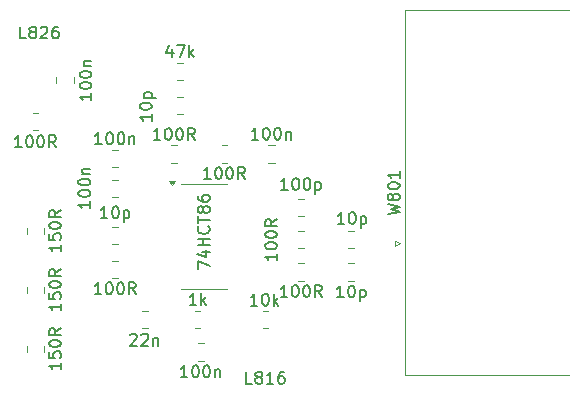
<source format=gbr>
%TF.GenerationSoftware,KiCad,Pcbnew,8.0.0*%
%TF.CreationDate,2025-10-24T15:06:22+03:00*%
%TF.ProjectId,Loewe VGA,4c6f6577-6520-4564-9741-2e6b69636164,rev?*%
%TF.SameCoordinates,Original*%
%TF.FileFunction,Legend,Top*%
%TF.FilePolarity,Positive*%
%FSLAX46Y46*%
G04 Gerber Fmt 4.6, Leading zero omitted, Abs format (unit mm)*
G04 Created by KiCad (PCBNEW 8.0.0) date 2025-10-24 15:06:22*
%MOMM*%
%LPD*%
G01*
G04 APERTURE LIST*
%ADD10C,0.150000*%
%ADD11C,0.120000*%
G04 APERTURE END LIST*
D10*
X136610242Y-107054819D02*
X136038814Y-107054819D01*
X136324528Y-107054819D02*
X136324528Y-106054819D01*
X136324528Y-106054819D02*
X136229290Y-106197676D01*
X136229290Y-106197676D02*
X136134052Y-106292914D01*
X136134052Y-106292914D02*
X136038814Y-106340533D01*
X137229290Y-106054819D02*
X137324528Y-106054819D01*
X137324528Y-106054819D02*
X137419766Y-106102438D01*
X137419766Y-106102438D02*
X137467385Y-106150057D01*
X137467385Y-106150057D02*
X137515004Y-106245295D01*
X137515004Y-106245295D02*
X137562623Y-106435771D01*
X137562623Y-106435771D02*
X137562623Y-106673866D01*
X137562623Y-106673866D02*
X137515004Y-106864342D01*
X137515004Y-106864342D02*
X137467385Y-106959580D01*
X137467385Y-106959580D02*
X137419766Y-107007200D01*
X137419766Y-107007200D02*
X137324528Y-107054819D01*
X137324528Y-107054819D02*
X137229290Y-107054819D01*
X137229290Y-107054819D02*
X137134052Y-107007200D01*
X137134052Y-107007200D02*
X137086433Y-106959580D01*
X137086433Y-106959580D02*
X137038814Y-106864342D01*
X137038814Y-106864342D02*
X136991195Y-106673866D01*
X136991195Y-106673866D02*
X136991195Y-106435771D01*
X136991195Y-106435771D02*
X137038814Y-106245295D01*
X137038814Y-106245295D02*
X137086433Y-106150057D01*
X137086433Y-106150057D02*
X137134052Y-106102438D01*
X137134052Y-106102438D02*
X137229290Y-106054819D01*
X137991195Y-106388152D02*
X137991195Y-107388152D01*
X137991195Y-106435771D02*
X138086433Y-106388152D01*
X138086433Y-106388152D02*
X138276909Y-106388152D01*
X138276909Y-106388152D02*
X138372147Y-106435771D01*
X138372147Y-106435771D02*
X138419766Y-106483390D01*
X138419766Y-106483390D02*
X138467385Y-106578628D01*
X138467385Y-106578628D02*
X138467385Y-106864342D01*
X138467385Y-106864342D02*
X138419766Y-106959580D01*
X138419766Y-106959580D02*
X138372147Y-107007200D01*
X138372147Y-107007200D02*
X138276909Y-107054819D01*
X138276909Y-107054819D02*
X138086433Y-107054819D01*
X138086433Y-107054819D02*
X137991195Y-107007200D01*
X138536814Y-116950057D02*
X138584433Y-116902438D01*
X138584433Y-116902438D02*
X138679671Y-116854819D01*
X138679671Y-116854819D02*
X138917766Y-116854819D01*
X138917766Y-116854819D02*
X139013004Y-116902438D01*
X139013004Y-116902438D02*
X139060623Y-116950057D01*
X139060623Y-116950057D02*
X139108242Y-117045295D01*
X139108242Y-117045295D02*
X139108242Y-117140533D01*
X139108242Y-117140533D02*
X139060623Y-117283390D01*
X139060623Y-117283390D02*
X138489195Y-117854819D01*
X138489195Y-117854819D02*
X139108242Y-117854819D01*
X139489195Y-116950057D02*
X139536814Y-116902438D01*
X139536814Y-116902438D02*
X139632052Y-116854819D01*
X139632052Y-116854819D02*
X139870147Y-116854819D01*
X139870147Y-116854819D02*
X139965385Y-116902438D01*
X139965385Y-116902438D02*
X140013004Y-116950057D01*
X140013004Y-116950057D02*
X140060623Y-117045295D01*
X140060623Y-117045295D02*
X140060623Y-117140533D01*
X140060623Y-117140533D02*
X140013004Y-117283390D01*
X140013004Y-117283390D02*
X139441576Y-117854819D01*
X139441576Y-117854819D02*
X140060623Y-117854819D01*
X140489195Y-117188152D02*
X140489195Y-117854819D01*
X140489195Y-117283390D02*
X140536814Y-117235771D01*
X140536814Y-117235771D02*
X140632052Y-117188152D01*
X140632052Y-117188152D02*
X140774909Y-117188152D01*
X140774909Y-117188152D02*
X140870147Y-117235771D01*
X140870147Y-117235771D02*
X140917766Y-117331009D01*
X140917766Y-117331009D02*
X140917766Y-117854819D01*
X149382052Y-100403419D02*
X148810624Y-100403419D01*
X149096338Y-100403419D02*
X149096338Y-99403419D01*
X149096338Y-99403419D02*
X149001100Y-99546276D01*
X149001100Y-99546276D02*
X148905862Y-99641514D01*
X148905862Y-99641514D02*
X148810624Y-99689133D01*
X150001100Y-99403419D02*
X150096338Y-99403419D01*
X150096338Y-99403419D02*
X150191576Y-99451038D01*
X150191576Y-99451038D02*
X150239195Y-99498657D01*
X150239195Y-99498657D02*
X150286814Y-99593895D01*
X150286814Y-99593895D02*
X150334433Y-99784371D01*
X150334433Y-99784371D02*
X150334433Y-100022466D01*
X150334433Y-100022466D02*
X150286814Y-100212942D01*
X150286814Y-100212942D02*
X150239195Y-100308180D01*
X150239195Y-100308180D02*
X150191576Y-100355800D01*
X150191576Y-100355800D02*
X150096338Y-100403419D01*
X150096338Y-100403419D02*
X150001100Y-100403419D01*
X150001100Y-100403419D02*
X149905862Y-100355800D01*
X149905862Y-100355800D02*
X149858243Y-100308180D01*
X149858243Y-100308180D02*
X149810624Y-100212942D01*
X149810624Y-100212942D02*
X149763005Y-100022466D01*
X149763005Y-100022466D02*
X149763005Y-99784371D01*
X149763005Y-99784371D02*
X149810624Y-99593895D01*
X149810624Y-99593895D02*
X149858243Y-99498657D01*
X149858243Y-99498657D02*
X149905862Y-99451038D01*
X149905862Y-99451038D02*
X150001100Y-99403419D01*
X150953481Y-99403419D02*
X151048719Y-99403419D01*
X151048719Y-99403419D02*
X151143957Y-99451038D01*
X151143957Y-99451038D02*
X151191576Y-99498657D01*
X151191576Y-99498657D02*
X151239195Y-99593895D01*
X151239195Y-99593895D02*
X151286814Y-99784371D01*
X151286814Y-99784371D02*
X151286814Y-100022466D01*
X151286814Y-100022466D02*
X151239195Y-100212942D01*
X151239195Y-100212942D02*
X151191576Y-100308180D01*
X151191576Y-100308180D02*
X151143957Y-100355800D01*
X151143957Y-100355800D02*
X151048719Y-100403419D01*
X151048719Y-100403419D02*
X150953481Y-100403419D01*
X150953481Y-100403419D02*
X150858243Y-100355800D01*
X150858243Y-100355800D02*
X150810624Y-100308180D01*
X150810624Y-100308180D02*
X150763005Y-100212942D01*
X150763005Y-100212942D02*
X150715386Y-100022466D01*
X150715386Y-100022466D02*
X150715386Y-99784371D01*
X150715386Y-99784371D02*
X150763005Y-99593895D01*
X150763005Y-99593895D02*
X150810624Y-99498657D01*
X150810624Y-99498657D02*
X150858243Y-99451038D01*
X150858243Y-99451038D02*
X150953481Y-99403419D01*
X151715386Y-99736752D02*
X151715386Y-100403419D01*
X151715386Y-99831990D02*
X151763005Y-99784371D01*
X151763005Y-99784371D02*
X151858243Y-99736752D01*
X151858243Y-99736752D02*
X152001100Y-99736752D01*
X152001100Y-99736752D02*
X152096338Y-99784371D01*
X152096338Y-99784371D02*
X152143957Y-99879609D01*
X152143957Y-99879609D02*
X152143957Y-100403419D01*
X145334433Y-103733419D02*
X144763005Y-103733419D01*
X145048719Y-103733419D02*
X145048719Y-102733419D01*
X145048719Y-102733419D02*
X144953481Y-102876276D01*
X144953481Y-102876276D02*
X144858243Y-102971514D01*
X144858243Y-102971514D02*
X144763005Y-103019133D01*
X145953481Y-102733419D02*
X146048719Y-102733419D01*
X146048719Y-102733419D02*
X146143957Y-102781038D01*
X146143957Y-102781038D02*
X146191576Y-102828657D01*
X146191576Y-102828657D02*
X146239195Y-102923895D01*
X146239195Y-102923895D02*
X146286814Y-103114371D01*
X146286814Y-103114371D02*
X146286814Y-103352466D01*
X146286814Y-103352466D02*
X146239195Y-103542942D01*
X146239195Y-103542942D02*
X146191576Y-103638180D01*
X146191576Y-103638180D02*
X146143957Y-103685800D01*
X146143957Y-103685800D02*
X146048719Y-103733419D01*
X146048719Y-103733419D02*
X145953481Y-103733419D01*
X145953481Y-103733419D02*
X145858243Y-103685800D01*
X145858243Y-103685800D02*
X145810624Y-103638180D01*
X145810624Y-103638180D02*
X145763005Y-103542942D01*
X145763005Y-103542942D02*
X145715386Y-103352466D01*
X145715386Y-103352466D02*
X145715386Y-103114371D01*
X145715386Y-103114371D02*
X145763005Y-102923895D01*
X145763005Y-102923895D02*
X145810624Y-102828657D01*
X145810624Y-102828657D02*
X145858243Y-102781038D01*
X145858243Y-102781038D02*
X145953481Y-102733419D01*
X146905862Y-102733419D02*
X147001100Y-102733419D01*
X147001100Y-102733419D02*
X147096338Y-102781038D01*
X147096338Y-102781038D02*
X147143957Y-102828657D01*
X147143957Y-102828657D02*
X147191576Y-102923895D01*
X147191576Y-102923895D02*
X147239195Y-103114371D01*
X147239195Y-103114371D02*
X147239195Y-103352466D01*
X147239195Y-103352466D02*
X147191576Y-103542942D01*
X147191576Y-103542942D02*
X147143957Y-103638180D01*
X147143957Y-103638180D02*
X147096338Y-103685800D01*
X147096338Y-103685800D02*
X147001100Y-103733419D01*
X147001100Y-103733419D02*
X146905862Y-103733419D01*
X146905862Y-103733419D02*
X146810624Y-103685800D01*
X146810624Y-103685800D02*
X146763005Y-103638180D01*
X146763005Y-103638180D02*
X146715386Y-103542942D01*
X146715386Y-103542942D02*
X146667767Y-103352466D01*
X146667767Y-103352466D02*
X146667767Y-103114371D01*
X146667767Y-103114371D02*
X146715386Y-102923895D01*
X146715386Y-102923895D02*
X146763005Y-102828657D01*
X146763005Y-102828657D02*
X146810624Y-102781038D01*
X146810624Y-102781038D02*
X146905862Y-102733419D01*
X148239195Y-103733419D02*
X147905862Y-103257228D01*
X147667767Y-103733419D02*
X147667767Y-102733419D01*
X147667767Y-102733419D02*
X148048719Y-102733419D01*
X148048719Y-102733419D02*
X148143957Y-102781038D01*
X148143957Y-102781038D02*
X148191576Y-102828657D01*
X148191576Y-102828657D02*
X148239195Y-102923895D01*
X148239195Y-102923895D02*
X148239195Y-103066752D01*
X148239195Y-103066752D02*
X148191576Y-103161990D01*
X148191576Y-103161990D02*
X148143957Y-103209609D01*
X148143957Y-103209609D02*
X148048719Y-103257228D01*
X148048719Y-103257228D02*
X147667767Y-103257228D01*
X132654819Y-119295266D02*
X132654819Y-119866694D01*
X132654819Y-119580980D02*
X131654819Y-119580980D01*
X131654819Y-119580980D02*
X131797676Y-119676218D01*
X131797676Y-119676218D02*
X131892914Y-119771456D01*
X131892914Y-119771456D02*
X131940533Y-119866694D01*
X131654819Y-118390504D02*
X131654819Y-118866694D01*
X131654819Y-118866694D02*
X132131009Y-118914313D01*
X132131009Y-118914313D02*
X132083390Y-118866694D01*
X132083390Y-118866694D02*
X132035771Y-118771456D01*
X132035771Y-118771456D02*
X132035771Y-118533361D01*
X132035771Y-118533361D02*
X132083390Y-118438123D01*
X132083390Y-118438123D02*
X132131009Y-118390504D01*
X132131009Y-118390504D02*
X132226247Y-118342885D01*
X132226247Y-118342885D02*
X132464342Y-118342885D01*
X132464342Y-118342885D02*
X132559580Y-118390504D01*
X132559580Y-118390504D02*
X132607200Y-118438123D01*
X132607200Y-118438123D02*
X132654819Y-118533361D01*
X132654819Y-118533361D02*
X132654819Y-118771456D01*
X132654819Y-118771456D02*
X132607200Y-118866694D01*
X132607200Y-118866694D02*
X132559580Y-118914313D01*
X131654819Y-117723837D02*
X131654819Y-117628599D01*
X131654819Y-117628599D02*
X131702438Y-117533361D01*
X131702438Y-117533361D02*
X131750057Y-117485742D01*
X131750057Y-117485742D02*
X131845295Y-117438123D01*
X131845295Y-117438123D02*
X132035771Y-117390504D01*
X132035771Y-117390504D02*
X132273866Y-117390504D01*
X132273866Y-117390504D02*
X132464342Y-117438123D01*
X132464342Y-117438123D02*
X132559580Y-117485742D01*
X132559580Y-117485742D02*
X132607200Y-117533361D01*
X132607200Y-117533361D02*
X132654819Y-117628599D01*
X132654819Y-117628599D02*
X132654819Y-117723837D01*
X132654819Y-117723837D02*
X132607200Y-117819075D01*
X132607200Y-117819075D02*
X132559580Y-117866694D01*
X132559580Y-117866694D02*
X132464342Y-117914313D01*
X132464342Y-117914313D02*
X132273866Y-117961932D01*
X132273866Y-117961932D02*
X132035771Y-117961932D01*
X132035771Y-117961932D02*
X131845295Y-117914313D01*
X131845295Y-117914313D02*
X131750057Y-117866694D01*
X131750057Y-117866694D02*
X131702438Y-117819075D01*
X131702438Y-117819075D02*
X131654819Y-117723837D01*
X132654819Y-116390504D02*
X132178628Y-116723837D01*
X132654819Y-116961932D02*
X131654819Y-116961932D01*
X131654819Y-116961932D02*
X131654819Y-116580980D01*
X131654819Y-116580980D02*
X131702438Y-116485742D01*
X131702438Y-116485742D02*
X131750057Y-116438123D01*
X131750057Y-116438123D02*
X131845295Y-116390504D01*
X131845295Y-116390504D02*
X131988152Y-116390504D01*
X131988152Y-116390504D02*
X132083390Y-116438123D01*
X132083390Y-116438123D02*
X132131009Y-116485742D01*
X132131009Y-116485742D02*
X132178628Y-116580980D01*
X132178628Y-116580980D02*
X132178628Y-116961932D01*
X142060623Y-92766752D02*
X142060623Y-93433419D01*
X141822528Y-92385800D02*
X141584433Y-93100085D01*
X141584433Y-93100085D02*
X142203480Y-93100085D01*
X142489195Y-92433419D02*
X143155861Y-92433419D01*
X143155861Y-92433419D02*
X142727290Y-93433419D01*
X143536814Y-93433419D02*
X143536814Y-92433419D01*
X143632052Y-93052466D02*
X143917766Y-93433419D01*
X143917766Y-92766752D02*
X143536814Y-93147704D01*
X129719069Y-91843419D02*
X129242879Y-91843419D01*
X129242879Y-91843419D02*
X129242879Y-90843419D01*
X130195260Y-91271990D02*
X130100022Y-91224371D01*
X130100022Y-91224371D02*
X130052403Y-91176752D01*
X130052403Y-91176752D02*
X130004784Y-91081514D01*
X130004784Y-91081514D02*
X130004784Y-91033895D01*
X130004784Y-91033895D02*
X130052403Y-90938657D01*
X130052403Y-90938657D02*
X130100022Y-90891038D01*
X130100022Y-90891038D02*
X130195260Y-90843419D01*
X130195260Y-90843419D02*
X130385736Y-90843419D01*
X130385736Y-90843419D02*
X130480974Y-90891038D01*
X130480974Y-90891038D02*
X130528593Y-90938657D01*
X130528593Y-90938657D02*
X130576212Y-91033895D01*
X130576212Y-91033895D02*
X130576212Y-91081514D01*
X130576212Y-91081514D02*
X130528593Y-91176752D01*
X130528593Y-91176752D02*
X130480974Y-91224371D01*
X130480974Y-91224371D02*
X130385736Y-91271990D01*
X130385736Y-91271990D02*
X130195260Y-91271990D01*
X130195260Y-91271990D02*
X130100022Y-91319609D01*
X130100022Y-91319609D02*
X130052403Y-91367228D01*
X130052403Y-91367228D02*
X130004784Y-91462466D01*
X130004784Y-91462466D02*
X130004784Y-91652942D01*
X130004784Y-91652942D02*
X130052403Y-91748180D01*
X130052403Y-91748180D02*
X130100022Y-91795800D01*
X130100022Y-91795800D02*
X130195260Y-91843419D01*
X130195260Y-91843419D02*
X130385736Y-91843419D01*
X130385736Y-91843419D02*
X130480974Y-91795800D01*
X130480974Y-91795800D02*
X130528593Y-91748180D01*
X130528593Y-91748180D02*
X130576212Y-91652942D01*
X130576212Y-91652942D02*
X130576212Y-91462466D01*
X130576212Y-91462466D02*
X130528593Y-91367228D01*
X130528593Y-91367228D02*
X130480974Y-91319609D01*
X130480974Y-91319609D02*
X130385736Y-91271990D01*
X130957165Y-90938657D02*
X131004784Y-90891038D01*
X131004784Y-90891038D02*
X131100022Y-90843419D01*
X131100022Y-90843419D02*
X131338117Y-90843419D01*
X131338117Y-90843419D02*
X131433355Y-90891038D01*
X131433355Y-90891038D02*
X131480974Y-90938657D01*
X131480974Y-90938657D02*
X131528593Y-91033895D01*
X131528593Y-91033895D02*
X131528593Y-91129133D01*
X131528593Y-91129133D02*
X131480974Y-91271990D01*
X131480974Y-91271990D02*
X130909546Y-91843419D01*
X130909546Y-91843419D02*
X131528593Y-91843419D01*
X132385736Y-90843419D02*
X132195260Y-90843419D01*
X132195260Y-90843419D02*
X132100022Y-90891038D01*
X132100022Y-90891038D02*
X132052403Y-90938657D01*
X132052403Y-90938657D02*
X131957165Y-91081514D01*
X131957165Y-91081514D02*
X131909546Y-91271990D01*
X131909546Y-91271990D02*
X131909546Y-91652942D01*
X131909546Y-91652942D02*
X131957165Y-91748180D01*
X131957165Y-91748180D02*
X132004784Y-91795800D01*
X132004784Y-91795800D02*
X132100022Y-91843419D01*
X132100022Y-91843419D02*
X132290498Y-91843419D01*
X132290498Y-91843419D02*
X132385736Y-91795800D01*
X132385736Y-91795800D02*
X132433355Y-91748180D01*
X132433355Y-91748180D02*
X132480974Y-91652942D01*
X132480974Y-91652942D02*
X132480974Y-91414847D01*
X132480974Y-91414847D02*
X132433355Y-91319609D01*
X132433355Y-91319609D02*
X132385736Y-91271990D01*
X132385736Y-91271990D02*
X132290498Y-91224371D01*
X132290498Y-91224371D02*
X132100022Y-91224371D01*
X132100022Y-91224371D02*
X132004784Y-91271990D01*
X132004784Y-91271990D02*
X131957165Y-91319609D01*
X131957165Y-91319609D02*
X131909546Y-91414847D01*
X136084433Y-113483419D02*
X135513005Y-113483419D01*
X135798719Y-113483419D02*
X135798719Y-112483419D01*
X135798719Y-112483419D02*
X135703481Y-112626276D01*
X135703481Y-112626276D02*
X135608243Y-112721514D01*
X135608243Y-112721514D02*
X135513005Y-112769133D01*
X136703481Y-112483419D02*
X136798719Y-112483419D01*
X136798719Y-112483419D02*
X136893957Y-112531038D01*
X136893957Y-112531038D02*
X136941576Y-112578657D01*
X136941576Y-112578657D02*
X136989195Y-112673895D01*
X136989195Y-112673895D02*
X137036814Y-112864371D01*
X137036814Y-112864371D02*
X137036814Y-113102466D01*
X137036814Y-113102466D02*
X136989195Y-113292942D01*
X136989195Y-113292942D02*
X136941576Y-113388180D01*
X136941576Y-113388180D02*
X136893957Y-113435800D01*
X136893957Y-113435800D02*
X136798719Y-113483419D01*
X136798719Y-113483419D02*
X136703481Y-113483419D01*
X136703481Y-113483419D02*
X136608243Y-113435800D01*
X136608243Y-113435800D02*
X136560624Y-113388180D01*
X136560624Y-113388180D02*
X136513005Y-113292942D01*
X136513005Y-113292942D02*
X136465386Y-113102466D01*
X136465386Y-113102466D02*
X136465386Y-112864371D01*
X136465386Y-112864371D02*
X136513005Y-112673895D01*
X136513005Y-112673895D02*
X136560624Y-112578657D01*
X136560624Y-112578657D02*
X136608243Y-112531038D01*
X136608243Y-112531038D02*
X136703481Y-112483419D01*
X137655862Y-112483419D02*
X137751100Y-112483419D01*
X137751100Y-112483419D02*
X137846338Y-112531038D01*
X137846338Y-112531038D02*
X137893957Y-112578657D01*
X137893957Y-112578657D02*
X137941576Y-112673895D01*
X137941576Y-112673895D02*
X137989195Y-112864371D01*
X137989195Y-112864371D02*
X137989195Y-113102466D01*
X137989195Y-113102466D02*
X137941576Y-113292942D01*
X137941576Y-113292942D02*
X137893957Y-113388180D01*
X137893957Y-113388180D02*
X137846338Y-113435800D01*
X137846338Y-113435800D02*
X137751100Y-113483419D01*
X137751100Y-113483419D02*
X137655862Y-113483419D01*
X137655862Y-113483419D02*
X137560624Y-113435800D01*
X137560624Y-113435800D02*
X137513005Y-113388180D01*
X137513005Y-113388180D02*
X137465386Y-113292942D01*
X137465386Y-113292942D02*
X137417767Y-113102466D01*
X137417767Y-113102466D02*
X137417767Y-112864371D01*
X137417767Y-112864371D02*
X137465386Y-112673895D01*
X137465386Y-112673895D02*
X137513005Y-112578657D01*
X137513005Y-112578657D02*
X137560624Y-112531038D01*
X137560624Y-112531038D02*
X137655862Y-112483419D01*
X138989195Y-113483419D02*
X138655862Y-113007228D01*
X138417767Y-113483419D02*
X138417767Y-112483419D01*
X138417767Y-112483419D02*
X138798719Y-112483419D01*
X138798719Y-112483419D02*
X138893957Y-112531038D01*
X138893957Y-112531038D02*
X138941576Y-112578657D01*
X138941576Y-112578657D02*
X138989195Y-112673895D01*
X138989195Y-112673895D02*
X138989195Y-112816752D01*
X138989195Y-112816752D02*
X138941576Y-112911990D01*
X138941576Y-112911990D02*
X138893957Y-112959609D01*
X138893957Y-112959609D02*
X138798719Y-113007228D01*
X138798719Y-113007228D02*
X138417767Y-113007228D01*
X135154819Y-105619047D02*
X135154819Y-106190475D01*
X135154819Y-105904761D02*
X134154819Y-105904761D01*
X134154819Y-105904761D02*
X134297676Y-105999999D01*
X134297676Y-105999999D02*
X134392914Y-106095237D01*
X134392914Y-106095237D02*
X134440533Y-106190475D01*
X134154819Y-104999999D02*
X134154819Y-104904761D01*
X134154819Y-104904761D02*
X134202438Y-104809523D01*
X134202438Y-104809523D02*
X134250057Y-104761904D01*
X134250057Y-104761904D02*
X134345295Y-104714285D01*
X134345295Y-104714285D02*
X134535771Y-104666666D01*
X134535771Y-104666666D02*
X134773866Y-104666666D01*
X134773866Y-104666666D02*
X134964342Y-104714285D01*
X134964342Y-104714285D02*
X135059580Y-104761904D01*
X135059580Y-104761904D02*
X135107200Y-104809523D01*
X135107200Y-104809523D02*
X135154819Y-104904761D01*
X135154819Y-104904761D02*
X135154819Y-104999999D01*
X135154819Y-104999999D02*
X135107200Y-105095237D01*
X135107200Y-105095237D02*
X135059580Y-105142856D01*
X135059580Y-105142856D02*
X134964342Y-105190475D01*
X134964342Y-105190475D02*
X134773866Y-105238094D01*
X134773866Y-105238094D02*
X134535771Y-105238094D01*
X134535771Y-105238094D02*
X134345295Y-105190475D01*
X134345295Y-105190475D02*
X134250057Y-105142856D01*
X134250057Y-105142856D02*
X134202438Y-105095237D01*
X134202438Y-105095237D02*
X134154819Y-104999999D01*
X134154819Y-104047618D02*
X134154819Y-103952380D01*
X134154819Y-103952380D02*
X134202438Y-103857142D01*
X134202438Y-103857142D02*
X134250057Y-103809523D01*
X134250057Y-103809523D02*
X134345295Y-103761904D01*
X134345295Y-103761904D02*
X134535771Y-103714285D01*
X134535771Y-103714285D02*
X134773866Y-103714285D01*
X134773866Y-103714285D02*
X134964342Y-103761904D01*
X134964342Y-103761904D02*
X135059580Y-103809523D01*
X135059580Y-103809523D02*
X135107200Y-103857142D01*
X135107200Y-103857142D02*
X135154819Y-103952380D01*
X135154819Y-103952380D02*
X135154819Y-104047618D01*
X135154819Y-104047618D02*
X135107200Y-104142856D01*
X135107200Y-104142856D02*
X135059580Y-104190475D01*
X135059580Y-104190475D02*
X134964342Y-104238094D01*
X134964342Y-104238094D02*
X134773866Y-104285713D01*
X134773866Y-104285713D02*
X134535771Y-104285713D01*
X134535771Y-104285713D02*
X134345295Y-104238094D01*
X134345295Y-104238094D02*
X134250057Y-104190475D01*
X134250057Y-104190475D02*
X134202438Y-104142856D01*
X134202438Y-104142856D02*
X134154819Y-104047618D01*
X134488152Y-103285713D02*
X135154819Y-103285713D01*
X134583390Y-103285713D02*
X134535771Y-103238094D01*
X134535771Y-103238094D02*
X134488152Y-103142856D01*
X134488152Y-103142856D02*
X134488152Y-102999999D01*
X134488152Y-102999999D02*
X134535771Y-102904761D01*
X134535771Y-102904761D02*
X134631009Y-102857142D01*
X134631009Y-102857142D02*
X135154819Y-102857142D01*
X156657142Y-107554819D02*
X156085714Y-107554819D01*
X156371428Y-107554819D02*
X156371428Y-106554819D01*
X156371428Y-106554819D02*
X156276190Y-106697676D01*
X156276190Y-106697676D02*
X156180952Y-106792914D01*
X156180952Y-106792914D02*
X156085714Y-106840533D01*
X157276190Y-106554819D02*
X157371428Y-106554819D01*
X157371428Y-106554819D02*
X157466666Y-106602438D01*
X157466666Y-106602438D02*
X157514285Y-106650057D01*
X157514285Y-106650057D02*
X157561904Y-106745295D01*
X157561904Y-106745295D02*
X157609523Y-106935771D01*
X157609523Y-106935771D02*
X157609523Y-107173866D01*
X157609523Y-107173866D02*
X157561904Y-107364342D01*
X157561904Y-107364342D02*
X157514285Y-107459580D01*
X157514285Y-107459580D02*
X157466666Y-107507200D01*
X157466666Y-107507200D02*
X157371428Y-107554819D01*
X157371428Y-107554819D02*
X157276190Y-107554819D01*
X157276190Y-107554819D02*
X157180952Y-107507200D01*
X157180952Y-107507200D02*
X157133333Y-107459580D01*
X157133333Y-107459580D02*
X157085714Y-107364342D01*
X157085714Y-107364342D02*
X157038095Y-107173866D01*
X157038095Y-107173866D02*
X157038095Y-106935771D01*
X157038095Y-106935771D02*
X157085714Y-106745295D01*
X157085714Y-106745295D02*
X157133333Y-106650057D01*
X157133333Y-106650057D02*
X157180952Y-106602438D01*
X157180952Y-106602438D02*
X157276190Y-106554819D01*
X158038095Y-106888152D02*
X158038095Y-107888152D01*
X158038095Y-106935771D02*
X158133333Y-106888152D01*
X158133333Y-106888152D02*
X158323809Y-106888152D01*
X158323809Y-106888152D02*
X158419047Y-106935771D01*
X158419047Y-106935771D02*
X158466666Y-106983390D01*
X158466666Y-106983390D02*
X158514285Y-107078628D01*
X158514285Y-107078628D02*
X158514285Y-107364342D01*
X158514285Y-107364342D02*
X158466666Y-107459580D01*
X158466666Y-107459580D02*
X158419047Y-107507200D01*
X158419047Y-107507200D02*
X158323809Y-107554819D01*
X158323809Y-107554819D02*
X158133333Y-107554819D01*
X158133333Y-107554819D02*
X158038095Y-107507200D01*
X143382052Y-120513419D02*
X142810624Y-120513419D01*
X143096338Y-120513419D02*
X143096338Y-119513419D01*
X143096338Y-119513419D02*
X143001100Y-119656276D01*
X143001100Y-119656276D02*
X142905862Y-119751514D01*
X142905862Y-119751514D02*
X142810624Y-119799133D01*
X144001100Y-119513419D02*
X144096338Y-119513419D01*
X144096338Y-119513419D02*
X144191576Y-119561038D01*
X144191576Y-119561038D02*
X144239195Y-119608657D01*
X144239195Y-119608657D02*
X144286814Y-119703895D01*
X144286814Y-119703895D02*
X144334433Y-119894371D01*
X144334433Y-119894371D02*
X144334433Y-120132466D01*
X144334433Y-120132466D02*
X144286814Y-120322942D01*
X144286814Y-120322942D02*
X144239195Y-120418180D01*
X144239195Y-120418180D02*
X144191576Y-120465800D01*
X144191576Y-120465800D02*
X144096338Y-120513419D01*
X144096338Y-120513419D02*
X144001100Y-120513419D01*
X144001100Y-120513419D02*
X143905862Y-120465800D01*
X143905862Y-120465800D02*
X143858243Y-120418180D01*
X143858243Y-120418180D02*
X143810624Y-120322942D01*
X143810624Y-120322942D02*
X143763005Y-120132466D01*
X143763005Y-120132466D02*
X143763005Y-119894371D01*
X143763005Y-119894371D02*
X143810624Y-119703895D01*
X143810624Y-119703895D02*
X143858243Y-119608657D01*
X143858243Y-119608657D02*
X143905862Y-119561038D01*
X143905862Y-119561038D02*
X144001100Y-119513419D01*
X144953481Y-119513419D02*
X145048719Y-119513419D01*
X145048719Y-119513419D02*
X145143957Y-119561038D01*
X145143957Y-119561038D02*
X145191576Y-119608657D01*
X145191576Y-119608657D02*
X145239195Y-119703895D01*
X145239195Y-119703895D02*
X145286814Y-119894371D01*
X145286814Y-119894371D02*
X145286814Y-120132466D01*
X145286814Y-120132466D02*
X145239195Y-120322942D01*
X145239195Y-120322942D02*
X145191576Y-120418180D01*
X145191576Y-120418180D02*
X145143957Y-120465800D01*
X145143957Y-120465800D02*
X145048719Y-120513419D01*
X145048719Y-120513419D02*
X144953481Y-120513419D01*
X144953481Y-120513419D02*
X144858243Y-120465800D01*
X144858243Y-120465800D02*
X144810624Y-120418180D01*
X144810624Y-120418180D02*
X144763005Y-120322942D01*
X144763005Y-120322942D02*
X144715386Y-120132466D01*
X144715386Y-120132466D02*
X144715386Y-119894371D01*
X144715386Y-119894371D02*
X144763005Y-119703895D01*
X144763005Y-119703895D02*
X144810624Y-119608657D01*
X144810624Y-119608657D02*
X144858243Y-119561038D01*
X144858243Y-119561038D02*
X144953481Y-119513419D01*
X145715386Y-119846752D02*
X145715386Y-120513419D01*
X145715386Y-119941990D02*
X145763005Y-119894371D01*
X145763005Y-119894371D02*
X145858243Y-119846752D01*
X145858243Y-119846752D02*
X146001100Y-119846752D01*
X146001100Y-119846752D02*
X146096338Y-119894371D01*
X146096338Y-119894371D02*
X146143957Y-119989609D01*
X146143957Y-119989609D02*
X146143957Y-120513419D01*
X140354819Y-98242857D02*
X140354819Y-98814285D01*
X140354819Y-98528571D02*
X139354819Y-98528571D01*
X139354819Y-98528571D02*
X139497676Y-98623809D01*
X139497676Y-98623809D02*
X139592914Y-98719047D01*
X139592914Y-98719047D02*
X139640533Y-98814285D01*
X139354819Y-97623809D02*
X139354819Y-97528571D01*
X139354819Y-97528571D02*
X139402438Y-97433333D01*
X139402438Y-97433333D02*
X139450057Y-97385714D01*
X139450057Y-97385714D02*
X139545295Y-97338095D01*
X139545295Y-97338095D02*
X139735771Y-97290476D01*
X139735771Y-97290476D02*
X139973866Y-97290476D01*
X139973866Y-97290476D02*
X140164342Y-97338095D01*
X140164342Y-97338095D02*
X140259580Y-97385714D01*
X140259580Y-97385714D02*
X140307200Y-97433333D01*
X140307200Y-97433333D02*
X140354819Y-97528571D01*
X140354819Y-97528571D02*
X140354819Y-97623809D01*
X140354819Y-97623809D02*
X140307200Y-97719047D01*
X140307200Y-97719047D02*
X140259580Y-97766666D01*
X140259580Y-97766666D02*
X140164342Y-97814285D01*
X140164342Y-97814285D02*
X139973866Y-97861904D01*
X139973866Y-97861904D02*
X139735771Y-97861904D01*
X139735771Y-97861904D02*
X139545295Y-97814285D01*
X139545295Y-97814285D02*
X139450057Y-97766666D01*
X139450057Y-97766666D02*
X139402438Y-97719047D01*
X139402438Y-97719047D02*
X139354819Y-97623809D01*
X139688152Y-96861904D02*
X140688152Y-96861904D01*
X139735771Y-96861904D02*
X139688152Y-96766666D01*
X139688152Y-96766666D02*
X139688152Y-96576190D01*
X139688152Y-96576190D02*
X139735771Y-96480952D01*
X139735771Y-96480952D02*
X139783390Y-96433333D01*
X139783390Y-96433333D02*
X139878628Y-96385714D01*
X139878628Y-96385714D02*
X140164342Y-96385714D01*
X140164342Y-96385714D02*
X140259580Y-96433333D01*
X140259580Y-96433333D02*
X140307200Y-96480952D01*
X140307200Y-96480952D02*
X140354819Y-96576190D01*
X140354819Y-96576190D02*
X140354819Y-96766666D01*
X140354819Y-96766666D02*
X140307200Y-96861904D01*
X129333333Y-101054819D02*
X128761905Y-101054819D01*
X129047619Y-101054819D02*
X129047619Y-100054819D01*
X129047619Y-100054819D02*
X128952381Y-100197676D01*
X128952381Y-100197676D02*
X128857143Y-100292914D01*
X128857143Y-100292914D02*
X128761905Y-100340533D01*
X129952381Y-100054819D02*
X130047619Y-100054819D01*
X130047619Y-100054819D02*
X130142857Y-100102438D01*
X130142857Y-100102438D02*
X130190476Y-100150057D01*
X130190476Y-100150057D02*
X130238095Y-100245295D01*
X130238095Y-100245295D02*
X130285714Y-100435771D01*
X130285714Y-100435771D02*
X130285714Y-100673866D01*
X130285714Y-100673866D02*
X130238095Y-100864342D01*
X130238095Y-100864342D02*
X130190476Y-100959580D01*
X130190476Y-100959580D02*
X130142857Y-101007200D01*
X130142857Y-101007200D02*
X130047619Y-101054819D01*
X130047619Y-101054819D02*
X129952381Y-101054819D01*
X129952381Y-101054819D02*
X129857143Y-101007200D01*
X129857143Y-101007200D02*
X129809524Y-100959580D01*
X129809524Y-100959580D02*
X129761905Y-100864342D01*
X129761905Y-100864342D02*
X129714286Y-100673866D01*
X129714286Y-100673866D02*
X129714286Y-100435771D01*
X129714286Y-100435771D02*
X129761905Y-100245295D01*
X129761905Y-100245295D02*
X129809524Y-100150057D01*
X129809524Y-100150057D02*
X129857143Y-100102438D01*
X129857143Y-100102438D02*
X129952381Y-100054819D01*
X130904762Y-100054819D02*
X131000000Y-100054819D01*
X131000000Y-100054819D02*
X131095238Y-100102438D01*
X131095238Y-100102438D02*
X131142857Y-100150057D01*
X131142857Y-100150057D02*
X131190476Y-100245295D01*
X131190476Y-100245295D02*
X131238095Y-100435771D01*
X131238095Y-100435771D02*
X131238095Y-100673866D01*
X131238095Y-100673866D02*
X131190476Y-100864342D01*
X131190476Y-100864342D02*
X131142857Y-100959580D01*
X131142857Y-100959580D02*
X131095238Y-101007200D01*
X131095238Y-101007200D02*
X131000000Y-101054819D01*
X131000000Y-101054819D02*
X130904762Y-101054819D01*
X130904762Y-101054819D02*
X130809524Y-101007200D01*
X130809524Y-101007200D02*
X130761905Y-100959580D01*
X130761905Y-100959580D02*
X130714286Y-100864342D01*
X130714286Y-100864342D02*
X130666667Y-100673866D01*
X130666667Y-100673866D02*
X130666667Y-100435771D01*
X130666667Y-100435771D02*
X130714286Y-100245295D01*
X130714286Y-100245295D02*
X130761905Y-100150057D01*
X130761905Y-100150057D02*
X130809524Y-100102438D01*
X130809524Y-100102438D02*
X130904762Y-100054819D01*
X132238095Y-101054819D02*
X131904762Y-100578628D01*
X131666667Y-101054819D02*
X131666667Y-100054819D01*
X131666667Y-100054819D02*
X132047619Y-100054819D01*
X132047619Y-100054819D02*
X132142857Y-100102438D01*
X132142857Y-100102438D02*
X132190476Y-100150057D01*
X132190476Y-100150057D02*
X132238095Y-100245295D01*
X132238095Y-100245295D02*
X132238095Y-100388152D01*
X132238095Y-100388152D02*
X132190476Y-100483390D01*
X132190476Y-100483390D02*
X132142857Y-100531009D01*
X132142857Y-100531009D02*
X132047619Y-100578628D01*
X132047619Y-100578628D02*
X131666667Y-100578628D01*
X132654819Y-109295266D02*
X132654819Y-109866694D01*
X132654819Y-109580980D02*
X131654819Y-109580980D01*
X131654819Y-109580980D02*
X131797676Y-109676218D01*
X131797676Y-109676218D02*
X131892914Y-109771456D01*
X131892914Y-109771456D02*
X131940533Y-109866694D01*
X131654819Y-108390504D02*
X131654819Y-108866694D01*
X131654819Y-108866694D02*
X132131009Y-108914313D01*
X132131009Y-108914313D02*
X132083390Y-108866694D01*
X132083390Y-108866694D02*
X132035771Y-108771456D01*
X132035771Y-108771456D02*
X132035771Y-108533361D01*
X132035771Y-108533361D02*
X132083390Y-108438123D01*
X132083390Y-108438123D02*
X132131009Y-108390504D01*
X132131009Y-108390504D02*
X132226247Y-108342885D01*
X132226247Y-108342885D02*
X132464342Y-108342885D01*
X132464342Y-108342885D02*
X132559580Y-108390504D01*
X132559580Y-108390504D02*
X132607200Y-108438123D01*
X132607200Y-108438123D02*
X132654819Y-108533361D01*
X132654819Y-108533361D02*
X132654819Y-108771456D01*
X132654819Y-108771456D02*
X132607200Y-108866694D01*
X132607200Y-108866694D02*
X132559580Y-108914313D01*
X131654819Y-107723837D02*
X131654819Y-107628599D01*
X131654819Y-107628599D02*
X131702438Y-107533361D01*
X131702438Y-107533361D02*
X131750057Y-107485742D01*
X131750057Y-107485742D02*
X131845295Y-107438123D01*
X131845295Y-107438123D02*
X132035771Y-107390504D01*
X132035771Y-107390504D02*
X132273866Y-107390504D01*
X132273866Y-107390504D02*
X132464342Y-107438123D01*
X132464342Y-107438123D02*
X132559580Y-107485742D01*
X132559580Y-107485742D02*
X132607200Y-107533361D01*
X132607200Y-107533361D02*
X132654819Y-107628599D01*
X132654819Y-107628599D02*
X132654819Y-107723837D01*
X132654819Y-107723837D02*
X132607200Y-107819075D01*
X132607200Y-107819075D02*
X132559580Y-107866694D01*
X132559580Y-107866694D02*
X132464342Y-107914313D01*
X132464342Y-107914313D02*
X132273866Y-107961932D01*
X132273866Y-107961932D02*
X132035771Y-107961932D01*
X132035771Y-107961932D02*
X131845295Y-107914313D01*
X131845295Y-107914313D02*
X131750057Y-107866694D01*
X131750057Y-107866694D02*
X131702438Y-107819075D01*
X131702438Y-107819075D02*
X131654819Y-107723837D01*
X132654819Y-106390504D02*
X132178628Y-106723837D01*
X132654819Y-106961932D02*
X131654819Y-106961932D01*
X131654819Y-106961932D02*
X131654819Y-106580980D01*
X131654819Y-106580980D02*
X131702438Y-106485742D01*
X131702438Y-106485742D02*
X131750057Y-106438123D01*
X131750057Y-106438123D02*
X131845295Y-106390504D01*
X131845295Y-106390504D02*
X131988152Y-106390504D01*
X131988152Y-106390504D02*
X132083390Y-106438123D01*
X132083390Y-106438123D02*
X132131009Y-106485742D01*
X132131009Y-106485742D02*
X132178628Y-106580980D01*
X132178628Y-106580980D02*
X132178628Y-106961932D01*
X136134052Y-100801419D02*
X135562624Y-100801419D01*
X135848338Y-100801419D02*
X135848338Y-99801419D01*
X135848338Y-99801419D02*
X135753100Y-99944276D01*
X135753100Y-99944276D02*
X135657862Y-100039514D01*
X135657862Y-100039514D02*
X135562624Y-100087133D01*
X136753100Y-99801419D02*
X136848338Y-99801419D01*
X136848338Y-99801419D02*
X136943576Y-99849038D01*
X136943576Y-99849038D02*
X136991195Y-99896657D01*
X136991195Y-99896657D02*
X137038814Y-99991895D01*
X137038814Y-99991895D02*
X137086433Y-100182371D01*
X137086433Y-100182371D02*
X137086433Y-100420466D01*
X137086433Y-100420466D02*
X137038814Y-100610942D01*
X137038814Y-100610942D02*
X136991195Y-100706180D01*
X136991195Y-100706180D02*
X136943576Y-100753800D01*
X136943576Y-100753800D02*
X136848338Y-100801419D01*
X136848338Y-100801419D02*
X136753100Y-100801419D01*
X136753100Y-100801419D02*
X136657862Y-100753800D01*
X136657862Y-100753800D02*
X136610243Y-100706180D01*
X136610243Y-100706180D02*
X136562624Y-100610942D01*
X136562624Y-100610942D02*
X136515005Y-100420466D01*
X136515005Y-100420466D02*
X136515005Y-100182371D01*
X136515005Y-100182371D02*
X136562624Y-99991895D01*
X136562624Y-99991895D02*
X136610243Y-99896657D01*
X136610243Y-99896657D02*
X136657862Y-99849038D01*
X136657862Y-99849038D02*
X136753100Y-99801419D01*
X137705481Y-99801419D02*
X137800719Y-99801419D01*
X137800719Y-99801419D02*
X137895957Y-99849038D01*
X137895957Y-99849038D02*
X137943576Y-99896657D01*
X137943576Y-99896657D02*
X137991195Y-99991895D01*
X137991195Y-99991895D02*
X138038814Y-100182371D01*
X138038814Y-100182371D02*
X138038814Y-100420466D01*
X138038814Y-100420466D02*
X137991195Y-100610942D01*
X137991195Y-100610942D02*
X137943576Y-100706180D01*
X137943576Y-100706180D02*
X137895957Y-100753800D01*
X137895957Y-100753800D02*
X137800719Y-100801419D01*
X137800719Y-100801419D02*
X137705481Y-100801419D01*
X137705481Y-100801419D02*
X137610243Y-100753800D01*
X137610243Y-100753800D02*
X137562624Y-100706180D01*
X137562624Y-100706180D02*
X137515005Y-100610942D01*
X137515005Y-100610942D02*
X137467386Y-100420466D01*
X137467386Y-100420466D02*
X137467386Y-100182371D01*
X137467386Y-100182371D02*
X137515005Y-99991895D01*
X137515005Y-99991895D02*
X137562624Y-99896657D01*
X137562624Y-99896657D02*
X137610243Y-99849038D01*
X137610243Y-99849038D02*
X137705481Y-99801419D01*
X138467386Y-100134752D02*
X138467386Y-100801419D01*
X138467386Y-100229990D02*
X138515005Y-100182371D01*
X138515005Y-100182371D02*
X138610243Y-100134752D01*
X138610243Y-100134752D02*
X138753100Y-100134752D01*
X138753100Y-100134752D02*
X138848338Y-100182371D01*
X138848338Y-100182371D02*
X138895957Y-100277609D01*
X138895957Y-100277609D02*
X138895957Y-100801419D01*
X141084433Y-100433419D02*
X140513005Y-100433419D01*
X140798719Y-100433419D02*
X140798719Y-99433419D01*
X140798719Y-99433419D02*
X140703481Y-99576276D01*
X140703481Y-99576276D02*
X140608243Y-99671514D01*
X140608243Y-99671514D02*
X140513005Y-99719133D01*
X141703481Y-99433419D02*
X141798719Y-99433419D01*
X141798719Y-99433419D02*
X141893957Y-99481038D01*
X141893957Y-99481038D02*
X141941576Y-99528657D01*
X141941576Y-99528657D02*
X141989195Y-99623895D01*
X141989195Y-99623895D02*
X142036814Y-99814371D01*
X142036814Y-99814371D02*
X142036814Y-100052466D01*
X142036814Y-100052466D02*
X141989195Y-100242942D01*
X141989195Y-100242942D02*
X141941576Y-100338180D01*
X141941576Y-100338180D02*
X141893957Y-100385800D01*
X141893957Y-100385800D02*
X141798719Y-100433419D01*
X141798719Y-100433419D02*
X141703481Y-100433419D01*
X141703481Y-100433419D02*
X141608243Y-100385800D01*
X141608243Y-100385800D02*
X141560624Y-100338180D01*
X141560624Y-100338180D02*
X141513005Y-100242942D01*
X141513005Y-100242942D02*
X141465386Y-100052466D01*
X141465386Y-100052466D02*
X141465386Y-99814371D01*
X141465386Y-99814371D02*
X141513005Y-99623895D01*
X141513005Y-99623895D02*
X141560624Y-99528657D01*
X141560624Y-99528657D02*
X141608243Y-99481038D01*
X141608243Y-99481038D02*
X141703481Y-99433419D01*
X142655862Y-99433419D02*
X142751100Y-99433419D01*
X142751100Y-99433419D02*
X142846338Y-99481038D01*
X142846338Y-99481038D02*
X142893957Y-99528657D01*
X142893957Y-99528657D02*
X142941576Y-99623895D01*
X142941576Y-99623895D02*
X142989195Y-99814371D01*
X142989195Y-99814371D02*
X142989195Y-100052466D01*
X142989195Y-100052466D02*
X142941576Y-100242942D01*
X142941576Y-100242942D02*
X142893957Y-100338180D01*
X142893957Y-100338180D02*
X142846338Y-100385800D01*
X142846338Y-100385800D02*
X142751100Y-100433419D01*
X142751100Y-100433419D02*
X142655862Y-100433419D01*
X142655862Y-100433419D02*
X142560624Y-100385800D01*
X142560624Y-100385800D02*
X142513005Y-100338180D01*
X142513005Y-100338180D02*
X142465386Y-100242942D01*
X142465386Y-100242942D02*
X142417767Y-100052466D01*
X142417767Y-100052466D02*
X142417767Y-99814371D01*
X142417767Y-99814371D02*
X142465386Y-99623895D01*
X142465386Y-99623895D02*
X142513005Y-99528657D01*
X142513005Y-99528657D02*
X142560624Y-99481038D01*
X142560624Y-99481038D02*
X142655862Y-99433419D01*
X143989195Y-100433419D02*
X143655862Y-99957228D01*
X143417767Y-100433419D02*
X143417767Y-99433419D01*
X143417767Y-99433419D02*
X143798719Y-99433419D01*
X143798719Y-99433419D02*
X143893957Y-99481038D01*
X143893957Y-99481038D02*
X143941576Y-99528657D01*
X143941576Y-99528657D02*
X143989195Y-99623895D01*
X143989195Y-99623895D02*
X143989195Y-99766752D01*
X143989195Y-99766752D02*
X143941576Y-99861990D01*
X143941576Y-99861990D02*
X143893957Y-99909609D01*
X143893957Y-99909609D02*
X143798719Y-99957228D01*
X143798719Y-99957228D02*
X143417767Y-99957228D01*
X144132052Y-114433419D02*
X143560624Y-114433419D01*
X143846338Y-114433419D02*
X143846338Y-113433419D01*
X143846338Y-113433419D02*
X143751100Y-113576276D01*
X143751100Y-113576276D02*
X143655862Y-113671514D01*
X143655862Y-113671514D02*
X143560624Y-113719133D01*
X144560624Y-114433419D02*
X144560624Y-113433419D01*
X144655862Y-114052466D02*
X144941576Y-114433419D01*
X144941576Y-113766752D02*
X144560624Y-114147704D01*
X148855034Y-121073419D02*
X148378844Y-121073419D01*
X148378844Y-121073419D02*
X148378844Y-120073419D01*
X149331225Y-120501990D02*
X149235987Y-120454371D01*
X149235987Y-120454371D02*
X149188368Y-120406752D01*
X149188368Y-120406752D02*
X149140749Y-120311514D01*
X149140749Y-120311514D02*
X149140749Y-120263895D01*
X149140749Y-120263895D02*
X149188368Y-120168657D01*
X149188368Y-120168657D02*
X149235987Y-120121038D01*
X149235987Y-120121038D02*
X149331225Y-120073419D01*
X149331225Y-120073419D02*
X149521701Y-120073419D01*
X149521701Y-120073419D02*
X149616939Y-120121038D01*
X149616939Y-120121038D02*
X149664558Y-120168657D01*
X149664558Y-120168657D02*
X149712177Y-120263895D01*
X149712177Y-120263895D02*
X149712177Y-120311514D01*
X149712177Y-120311514D02*
X149664558Y-120406752D01*
X149664558Y-120406752D02*
X149616939Y-120454371D01*
X149616939Y-120454371D02*
X149521701Y-120501990D01*
X149521701Y-120501990D02*
X149331225Y-120501990D01*
X149331225Y-120501990D02*
X149235987Y-120549609D01*
X149235987Y-120549609D02*
X149188368Y-120597228D01*
X149188368Y-120597228D02*
X149140749Y-120692466D01*
X149140749Y-120692466D02*
X149140749Y-120882942D01*
X149140749Y-120882942D02*
X149188368Y-120978180D01*
X149188368Y-120978180D02*
X149235987Y-121025800D01*
X149235987Y-121025800D02*
X149331225Y-121073419D01*
X149331225Y-121073419D02*
X149521701Y-121073419D01*
X149521701Y-121073419D02*
X149616939Y-121025800D01*
X149616939Y-121025800D02*
X149664558Y-120978180D01*
X149664558Y-120978180D02*
X149712177Y-120882942D01*
X149712177Y-120882942D02*
X149712177Y-120692466D01*
X149712177Y-120692466D02*
X149664558Y-120597228D01*
X149664558Y-120597228D02*
X149616939Y-120549609D01*
X149616939Y-120549609D02*
X149521701Y-120501990D01*
X150664558Y-121073419D02*
X150093130Y-121073419D01*
X150378844Y-121073419D02*
X150378844Y-120073419D01*
X150378844Y-120073419D02*
X150283606Y-120216276D01*
X150283606Y-120216276D02*
X150188368Y-120311514D01*
X150188368Y-120311514D02*
X150093130Y-120359133D01*
X151521701Y-120073419D02*
X151331225Y-120073419D01*
X151331225Y-120073419D02*
X151235987Y-120121038D01*
X151235987Y-120121038D02*
X151188368Y-120168657D01*
X151188368Y-120168657D02*
X151093130Y-120311514D01*
X151093130Y-120311514D02*
X151045511Y-120501990D01*
X151045511Y-120501990D02*
X151045511Y-120882942D01*
X151045511Y-120882942D02*
X151093130Y-120978180D01*
X151093130Y-120978180D02*
X151140749Y-121025800D01*
X151140749Y-121025800D02*
X151235987Y-121073419D01*
X151235987Y-121073419D02*
X151426463Y-121073419D01*
X151426463Y-121073419D02*
X151521701Y-121025800D01*
X151521701Y-121025800D02*
X151569320Y-120978180D01*
X151569320Y-120978180D02*
X151616939Y-120882942D01*
X151616939Y-120882942D02*
X151616939Y-120644847D01*
X151616939Y-120644847D02*
X151569320Y-120549609D01*
X151569320Y-120549609D02*
X151521701Y-120501990D01*
X151521701Y-120501990D02*
X151426463Y-120454371D01*
X151426463Y-120454371D02*
X151235987Y-120454371D01*
X151235987Y-120454371D02*
X151140749Y-120501990D01*
X151140749Y-120501990D02*
X151093130Y-120549609D01*
X151093130Y-120549609D02*
X151045511Y-120644847D01*
X135254819Y-96497647D02*
X135254819Y-97069075D01*
X135254819Y-96783361D02*
X134254819Y-96783361D01*
X134254819Y-96783361D02*
X134397676Y-96878599D01*
X134397676Y-96878599D02*
X134492914Y-96973837D01*
X134492914Y-96973837D02*
X134540533Y-97069075D01*
X134254819Y-95878599D02*
X134254819Y-95783361D01*
X134254819Y-95783361D02*
X134302438Y-95688123D01*
X134302438Y-95688123D02*
X134350057Y-95640504D01*
X134350057Y-95640504D02*
X134445295Y-95592885D01*
X134445295Y-95592885D02*
X134635771Y-95545266D01*
X134635771Y-95545266D02*
X134873866Y-95545266D01*
X134873866Y-95545266D02*
X135064342Y-95592885D01*
X135064342Y-95592885D02*
X135159580Y-95640504D01*
X135159580Y-95640504D02*
X135207200Y-95688123D01*
X135207200Y-95688123D02*
X135254819Y-95783361D01*
X135254819Y-95783361D02*
X135254819Y-95878599D01*
X135254819Y-95878599D02*
X135207200Y-95973837D01*
X135207200Y-95973837D02*
X135159580Y-96021456D01*
X135159580Y-96021456D02*
X135064342Y-96069075D01*
X135064342Y-96069075D02*
X134873866Y-96116694D01*
X134873866Y-96116694D02*
X134635771Y-96116694D01*
X134635771Y-96116694D02*
X134445295Y-96069075D01*
X134445295Y-96069075D02*
X134350057Y-96021456D01*
X134350057Y-96021456D02*
X134302438Y-95973837D01*
X134302438Y-95973837D02*
X134254819Y-95878599D01*
X134254819Y-94926218D02*
X134254819Y-94830980D01*
X134254819Y-94830980D02*
X134302438Y-94735742D01*
X134302438Y-94735742D02*
X134350057Y-94688123D01*
X134350057Y-94688123D02*
X134445295Y-94640504D01*
X134445295Y-94640504D02*
X134635771Y-94592885D01*
X134635771Y-94592885D02*
X134873866Y-94592885D01*
X134873866Y-94592885D02*
X135064342Y-94640504D01*
X135064342Y-94640504D02*
X135159580Y-94688123D01*
X135159580Y-94688123D02*
X135207200Y-94735742D01*
X135207200Y-94735742D02*
X135254819Y-94830980D01*
X135254819Y-94830980D02*
X135254819Y-94926218D01*
X135254819Y-94926218D02*
X135207200Y-95021456D01*
X135207200Y-95021456D02*
X135159580Y-95069075D01*
X135159580Y-95069075D02*
X135064342Y-95116694D01*
X135064342Y-95116694D02*
X134873866Y-95164313D01*
X134873866Y-95164313D02*
X134635771Y-95164313D01*
X134635771Y-95164313D02*
X134445295Y-95116694D01*
X134445295Y-95116694D02*
X134350057Y-95069075D01*
X134350057Y-95069075D02*
X134302438Y-95021456D01*
X134302438Y-95021456D02*
X134254819Y-94926218D01*
X134588152Y-94164313D02*
X135254819Y-94164313D01*
X134683390Y-94164313D02*
X134635771Y-94116694D01*
X134635771Y-94116694D02*
X134588152Y-94021456D01*
X134588152Y-94021456D02*
X134588152Y-93878599D01*
X134588152Y-93878599D02*
X134635771Y-93783361D01*
X134635771Y-93783361D02*
X134731009Y-93735742D01*
X134731009Y-93735742D02*
X135254819Y-93735742D01*
X160334488Y-106742142D02*
X161334488Y-106504047D01*
X161334488Y-106504047D02*
X160620202Y-106313571D01*
X160620202Y-106313571D02*
X161334488Y-106123095D01*
X161334488Y-106123095D02*
X160334488Y-105885000D01*
X160763059Y-105361190D02*
X160715440Y-105456428D01*
X160715440Y-105456428D02*
X160667821Y-105504047D01*
X160667821Y-105504047D02*
X160572583Y-105551666D01*
X160572583Y-105551666D02*
X160524964Y-105551666D01*
X160524964Y-105551666D02*
X160429726Y-105504047D01*
X160429726Y-105504047D02*
X160382107Y-105456428D01*
X160382107Y-105456428D02*
X160334488Y-105361190D01*
X160334488Y-105361190D02*
X160334488Y-105170714D01*
X160334488Y-105170714D02*
X160382107Y-105075476D01*
X160382107Y-105075476D02*
X160429726Y-105027857D01*
X160429726Y-105027857D02*
X160524964Y-104980238D01*
X160524964Y-104980238D02*
X160572583Y-104980238D01*
X160572583Y-104980238D02*
X160667821Y-105027857D01*
X160667821Y-105027857D02*
X160715440Y-105075476D01*
X160715440Y-105075476D02*
X160763059Y-105170714D01*
X160763059Y-105170714D02*
X160763059Y-105361190D01*
X160763059Y-105361190D02*
X160810678Y-105456428D01*
X160810678Y-105456428D02*
X160858297Y-105504047D01*
X160858297Y-105504047D02*
X160953535Y-105551666D01*
X160953535Y-105551666D02*
X161144011Y-105551666D01*
X161144011Y-105551666D02*
X161239249Y-105504047D01*
X161239249Y-105504047D02*
X161286869Y-105456428D01*
X161286869Y-105456428D02*
X161334488Y-105361190D01*
X161334488Y-105361190D02*
X161334488Y-105170714D01*
X161334488Y-105170714D02*
X161286869Y-105075476D01*
X161286869Y-105075476D02*
X161239249Y-105027857D01*
X161239249Y-105027857D02*
X161144011Y-104980238D01*
X161144011Y-104980238D02*
X160953535Y-104980238D01*
X160953535Y-104980238D02*
X160858297Y-105027857D01*
X160858297Y-105027857D02*
X160810678Y-105075476D01*
X160810678Y-105075476D02*
X160763059Y-105170714D01*
X160334488Y-104361190D02*
X160334488Y-104265952D01*
X160334488Y-104265952D02*
X160382107Y-104170714D01*
X160382107Y-104170714D02*
X160429726Y-104123095D01*
X160429726Y-104123095D02*
X160524964Y-104075476D01*
X160524964Y-104075476D02*
X160715440Y-104027857D01*
X160715440Y-104027857D02*
X160953535Y-104027857D01*
X160953535Y-104027857D02*
X161144011Y-104075476D01*
X161144011Y-104075476D02*
X161239249Y-104123095D01*
X161239249Y-104123095D02*
X161286869Y-104170714D01*
X161286869Y-104170714D02*
X161334488Y-104265952D01*
X161334488Y-104265952D02*
X161334488Y-104361190D01*
X161334488Y-104361190D02*
X161286869Y-104456428D01*
X161286869Y-104456428D02*
X161239249Y-104504047D01*
X161239249Y-104504047D02*
X161144011Y-104551666D01*
X161144011Y-104551666D02*
X160953535Y-104599285D01*
X160953535Y-104599285D02*
X160715440Y-104599285D01*
X160715440Y-104599285D02*
X160524964Y-104551666D01*
X160524964Y-104551666D02*
X160429726Y-104504047D01*
X160429726Y-104504047D02*
X160382107Y-104456428D01*
X160382107Y-104456428D02*
X160334488Y-104361190D01*
X161334488Y-103075476D02*
X161334488Y-103646904D01*
X161334488Y-103361190D02*
X160334488Y-103361190D01*
X160334488Y-103361190D02*
X160477345Y-103456428D01*
X160477345Y-103456428D02*
X160572583Y-103551666D01*
X160572583Y-103551666D02*
X160620202Y-103646904D01*
X144254819Y-111366666D02*
X144254819Y-110700000D01*
X144254819Y-110700000D02*
X145254819Y-111128571D01*
X144588152Y-109890476D02*
X145254819Y-109890476D01*
X144207200Y-110128571D02*
X144921485Y-110366666D01*
X144921485Y-110366666D02*
X144921485Y-109747619D01*
X145254819Y-109366666D02*
X144254819Y-109366666D01*
X144731009Y-109366666D02*
X144731009Y-108795238D01*
X145254819Y-108795238D02*
X144254819Y-108795238D01*
X145159580Y-107747619D02*
X145207200Y-107795238D01*
X145207200Y-107795238D02*
X145254819Y-107938095D01*
X145254819Y-107938095D02*
X145254819Y-108033333D01*
X145254819Y-108033333D02*
X145207200Y-108176190D01*
X145207200Y-108176190D02*
X145111961Y-108271428D01*
X145111961Y-108271428D02*
X145016723Y-108319047D01*
X145016723Y-108319047D02*
X144826247Y-108366666D01*
X144826247Y-108366666D02*
X144683390Y-108366666D01*
X144683390Y-108366666D02*
X144492914Y-108319047D01*
X144492914Y-108319047D02*
X144397676Y-108271428D01*
X144397676Y-108271428D02*
X144302438Y-108176190D01*
X144302438Y-108176190D02*
X144254819Y-108033333D01*
X144254819Y-108033333D02*
X144254819Y-107938095D01*
X144254819Y-107938095D02*
X144302438Y-107795238D01*
X144302438Y-107795238D02*
X144350057Y-107747619D01*
X144254819Y-107461904D02*
X144254819Y-106890476D01*
X145254819Y-107176190D02*
X144254819Y-107176190D01*
X144683390Y-106414285D02*
X144635771Y-106509523D01*
X144635771Y-106509523D02*
X144588152Y-106557142D01*
X144588152Y-106557142D02*
X144492914Y-106604761D01*
X144492914Y-106604761D02*
X144445295Y-106604761D01*
X144445295Y-106604761D02*
X144350057Y-106557142D01*
X144350057Y-106557142D02*
X144302438Y-106509523D01*
X144302438Y-106509523D02*
X144254819Y-106414285D01*
X144254819Y-106414285D02*
X144254819Y-106223809D01*
X144254819Y-106223809D02*
X144302438Y-106128571D01*
X144302438Y-106128571D02*
X144350057Y-106080952D01*
X144350057Y-106080952D02*
X144445295Y-106033333D01*
X144445295Y-106033333D02*
X144492914Y-106033333D01*
X144492914Y-106033333D02*
X144588152Y-106080952D01*
X144588152Y-106080952D02*
X144635771Y-106128571D01*
X144635771Y-106128571D02*
X144683390Y-106223809D01*
X144683390Y-106223809D02*
X144683390Y-106414285D01*
X144683390Y-106414285D02*
X144731009Y-106509523D01*
X144731009Y-106509523D02*
X144778628Y-106557142D01*
X144778628Y-106557142D02*
X144873866Y-106604761D01*
X144873866Y-106604761D02*
X145064342Y-106604761D01*
X145064342Y-106604761D02*
X145159580Y-106557142D01*
X145159580Y-106557142D02*
X145207200Y-106509523D01*
X145207200Y-106509523D02*
X145254819Y-106414285D01*
X145254819Y-106414285D02*
X145254819Y-106223809D01*
X145254819Y-106223809D02*
X145207200Y-106128571D01*
X145207200Y-106128571D02*
X145159580Y-106080952D01*
X145159580Y-106080952D02*
X145064342Y-106033333D01*
X145064342Y-106033333D02*
X144873866Y-106033333D01*
X144873866Y-106033333D02*
X144778628Y-106080952D01*
X144778628Y-106080952D02*
X144731009Y-106128571D01*
X144731009Y-106128571D02*
X144683390Y-106223809D01*
X144254819Y-105176190D02*
X144254819Y-105366666D01*
X144254819Y-105366666D02*
X144302438Y-105461904D01*
X144302438Y-105461904D02*
X144350057Y-105509523D01*
X144350057Y-105509523D02*
X144492914Y-105604761D01*
X144492914Y-105604761D02*
X144683390Y-105652380D01*
X144683390Y-105652380D02*
X145064342Y-105652380D01*
X145064342Y-105652380D02*
X145159580Y-105604761D01*
X145159580Y-105604761D02*
X145207200Y-105557142D01*
X145207200Y-105557142D02*
X145254819Y-105461904D01*
X145254819Y-105461904D02*
X145254819Y-105271428D01*
X145254819Y-105271428D02*
X145207200Y-105176190D01*
X145207200Y-105176190D02*
X145159580Y-105128571D01*
X145159580Y-105128571D02*
X145064342Y-105080952D01*
X145064342Y-105080952D02*
X144826247Y-105080952D01*
X144826247Y-105080952D02*
X144731009Y-105128571D01*
X144731009Y-105128571D02*
X144683390Y-105176190D01*
X144683390Y-105176190D02*
X144635771Y-105271428D01*
X144635771Y-105271428D02*
X144635771Y-105461904D01*
X144635771Y-105461904D02*
X144683390Y-105557142D01*
X144683390Y-105557142D02*
X144731009Y-105604761D01*
X144731009Y-105604761D02*
X144826247Y-105652380D01*
X151882052Y-104654819D02*
X151310624Y-104654819D01*
X151596338Y-104654819D02*
X151596338Y-103654819D01*
X151596338Y-103654819D02*
X151501100Y-103797676D01*
X151501100Y-103797676D02*
X151405862Y-103892914D01*
X151405862Y-103892914D02*
X151310624Y-103940533D01*
X152501100Y-103654819D02*
X152596338Y-103654819D01*
X152596338Y-103654819D02*
X152691576Y-103702438D01*
X152691576Y-103702438D02*
X152739195Y-103750057D01*
X152739195Y-103750057D02*
X152786814Y-103845295D01*
X152786814Y-103845295D02*
X152834433Y-104035771D01*
X152834433Y-104035771D02*
X152834433Y-104273866D01*
X152834433Y-104273866D02*
X152786814Y-104464342D01*
X152786814Y-104464342D02*
X152739195Y-104559580D01*
X152739195Y-104559580D02*
X152691576Y-104607200D01*
X152691576Y-104607200D02*
X152596338Y-104654819D01*
X152596338Y-104654819D02*
X152501100Y-104654819D01*
X152501100Y-104654819D02*
X152405862Y-104607200D01*
X152405862Y-104607200D02*
X152358243Y-104559580D01*
X152358243Y-104559580D02*
X152310624Y-104464342D01*
X152310624Y-104464342D02*
X152263005Y-104273866D01*
X152263005Y-104273866D02*
X152263005Y-104035771D01*
X152263005Y-104035771D02*
X152310624Y-103845295D01*
X152310624Y-103845295D02*
X152358243Y-103750057D01*
X152358243Y-103750057D02*
X152405862Y-103702438D01*
X152405862Y-103702438D02*
X152501100Y-103654819D01*
X153453481Y-103654819D02*
X153548719Y-103654819D01*
X153548719Y-103654819D02*
X153643957Y-103702438D01*
X153643957Y-103702438D02*
X153691576Y-103750057D01*
X153691576Y-103750057D02*
X153739195Y-103845295D01*
X153739195Y-103845295D02*
X153786814Y-104035771D01*
X153786814Y-104035771D02*
X153786814Y-104273866D01*
X153786814Y-104273866D02*
X153739195Y-104464342D01*
X153739195Y-104464342D02*
X153691576Y-104559580D01*
X153691576Y-104559580D02*
X153643957Y-104607200D01*
X153643957Y-104607200D02*
X153548719Y-104654819D01*
X153548719Y-104654819D02*
X153453481Y-104654819D01*
X153453481Y-104654819D02*
X153358243Y-104607200D01*
X153358243Y-104607200D02*
X153310624Y-104559580D01*
X153310624Y-104559580D02*
X153263005Y-104464342D01*
X153263005Y-104464342D02*
X153215386Y-104273866D01*
X153215386Y-104273866D02*
X153215386Y-104035771D01*
X153215386Y-104035771D02*
X153263005Y-103845295D01*
X153263005Y-103845295D02*
X153310624Y-103750057D01*
X153310624Y-103750057D02*
X153358243Y-103702438D01*
X153358243Y-103702438D02*
X153453481Y-103654819D01*
X154215386Y-103988152D02*
X154215386Y-104988152D01*
X154215386Y-104035771D02*
X154310624Y-103988152D01*
X154310624Y-103988152D02*
X154501100Y-103988152D01*
X154501100Y-103988152D02*
X154596338Y-104035771D01*
X154596338Y-104035771D02*
X154643957Y-104083390D01*
X154643957Y-104083390D02*
X154691576Y-104178628D01*
X154691576Y-104178628D02*
X154691576Y-104464342D01*
X154691576Y-104464342D02*
X154643957Y-104559580D01*
X154643957Y-104559580D02*
X154596338Y-104607200D01*
X154596338Y-104607200D02*
X154501100Y-104654819D01*
X154501100Y-104654819D02*
X154310624Y-104654819D01*
X154310624Y-104654819D02*
X154215386Y-104607200D01*
X156608242Y-113763419D02*
X156036814Y-113763419D01*
X156322528Y-113763419D02*
X156322528Y-112763419D01*
X156322528Y-112763419D02*
X156227290Y-112906276D01*
X156227290Y-112906276D02*
X156132052Y-113001514D01*
X156132052Y-113001514D02*
X156036814Y-113049133D01*
X157227290Y-112763419D02*
X157322528Y-112763419D01*
X157322528Y-112763419D02*
X157417766Y-112811038D01*
X157417766Y-112811038D02*
X157465385Y-112858657D01*
X157465385Y-112858657D02*
X157513004Y-112953895D01*
X157513004Y-112953895D02*
X157560623Y-113144371D01*
X157560623Y-113144371D02*
X157560623Y-113382466D01*
X157560623Y-113382466D02*
X157513004Y-113572942D01*
X157513004Y-113572942D02*
X157465385Y-113668180D01*
X157465385Y-113668180D02*
X157417766Y-113715800D01*
X157417766Y-113715800D02*
X157322528Y-113763419D01*
X157322528Y-113763419D02*
X157227290Y-113763419D01*
X157227290Y-113763419D02*
X157132052Y-113715800D01*
X157132052Y-113715800D02*
X157084433Y-113668180D01*
X157084433Y-113668180D02*
X157036814Y-113572942D01*
X157036814Y-113572942D02*
X156989195Y-113382466D01*
X156989195Y-113382466D02*
X156989195Y-113144371D01*
X156989195Y-113144371D02*
X157036814Y-112953895D01*
X157036814Y-112953895D02*
X157084433Y-112858657D01*
X157084433Y-112858657D02*
X157132052Y-112811038D01*
X157132052Y-112811038D02*
X157227290Y-112763419D01*
X157989195Y-113096752D02*
X157989195Y-114096752D01*
X157989195Y-113144371D02*
X158084433Y-113096752D01*
X158084433Y-113096752D02*
X158274909Y-113096752D01*
X158274909Y-113096752D02*
X158370147Y-113144371D01*
X158370147Y-113144371D02*
X158417766Y-113191990D01*
X158417766Y-113191990D02*
X158465385Y-113287228D01*
X158465385Y-113287228D02*
X158465385Y-113572942D01*
X158465385Y-113572942D02*
X158417766Y-113668180D01*
X158417766Y-113668180D02*
X158370147Y-113715800D01*
X158370147Y-113715800D02*
X158274909Y-113763419D01*
X158274909Y-113763419D02*
X158084433Y-113763419D01*
X158084433Y-113763419D02*
X157989195Y-113715800D01*
X149304761Y-114454819D02*
X148733333Y-114454819D01*
X149019047Y-114454819D02*
X149019047Y-113454819D01*
X149019047Y-113454819D02*
X148923809Y-113597676D01*
X148923809Y-113597676D02*
X148828571Y-113692914D01*
X148828571Y-113692914D02*
X148733333Y-113740533D01*
X149923809Y-113454819D02*
X150019047Y-113454819D01*
X150019047Y-113454819D02*
X150114285Y-113502438D01*
X150114285Y-113502438D02*
X150161904Y-113550057D01*
X150161904Y-113550057D02*
X150209523Y-113645295D01*
X150209523Y-113645295D02*
X150257142Y-113835771D01*
X150257142Y-113835771D02*
X150257142Y-114073866D01*
X150257142Y-114073866D02*
X150209523Y-114264342D01*
X150209523Y-114264342D02*
X150161904Y-114359580D01*
X150161904Y-114359580D02*
X150114285Y-114407200D01*
X150114285Y-114407200D02*
X150019047Y-114454819D01*
X150019047Y-114454819D02*
X149923809Y-114454819D01*
X149923809Y-114454819D02*
X149828571Y-114407200D01*
X149828571Y-114407200D02*
X149780952Y-114359580D01*
X149780952Y-114359580D02*
X149733333Y-114264342D01*
X149733333Y-114264342D02*
X149685714Y-114073866D01*
X149685714Y-114073866D02*
X149685714Y-113835771D01*
X149685714Y-113835771D02*
X149733333Y-113645295D01*
X149733333Y-113645295D02*
X149780952Y-113550057D01*
X149780952Y-113550057D02*
X149828571Y-113502438D01*
X149828571Y-113502438D02*
X149923809Y-113454819D01*
X150685714Y-114454819D02*
X150685714Y-113454819D01*
X150780952Y-114073866D02*
X151066666Y-114454819D01*
X151066666Y-113788152D02*
X150685714Y-114169104D01*
X151834433Y-113733419D02*
X151263005Y-113733419D01*
X151548719Y-113733419D02*
X151548719Y-112733419D01*
X151548719Y-112733419D02*
X151453481Y-112876276D01*
X151453481Y-112876276D02*
X151358243Y-112971514D01*
X151358243Y-112971514D02*
X151263005Y-113019133D01*
X152453481Y-112733419D02*
X152548719Y-112733419D01*
X152548719Y-112733419D02*
X152643957Y-112781038D01*
X152643957Y-112781038D02*
X152691576Y-112828657D01*
X152691576Y-112828657D02*
X152739195Y-112923895D01*
X152739195Y-112923895D02*
X152786814Y-113114371D01*
X152786814Y-113114371D02*
X152786814Y-113352466D01*
X152786814Y-113352466D02*
X152739195Y-113542942D01*
X152739195Y-113542942D02*
X152691576Y-113638180D01*
X152691576Y-113638180D02*
X152643957Y-113685800D01*
X152643957Y-113685800D02*
X152548719Y-113733419D01*
X152548719Y-113733419D02*
X152453481Y-113733419D01*
X152453481Y-113733419D02*
X152358243Y-113685800D01*
X152358243Y-113685800D02*
X152310624Y-113638180D01*
X152310624Y-113638180D02*
X152263005Y-113542942D01*
X152263005Y-113542942D02*
X152215386Y-113352466D01*
X152215386Y-113352466D02*
X152215386Y-113114371D01*
X152215386Y-113114371D02*
X152263005Y-112923895D01*
X152263005Y-112923895D02*
X152310624Y-112828657D01*
X152310624Y-112828657D02*
X152358243Y-112781038D01*
X152358243Y-112781038D02*
X152453481Y-112733419D01*
X153405862Y-112733419D02*
X153501100Y-112733419D01*
X153501100Y-112733419D02*
X153596338Y-112781038D01*
X153596338Y-112781038D02*
X153643957Y-112828657D01*
X153643957Y-112828657D02*
X153691576Y-112923895D01*
X153691576Y-112923895D02*
X153739195Y-113114371D01*
X153739195Y-113114371D02*
X153739195Y-113352466D01*
X153739195Y-113352466D02*
X153691576Y-113542942D01*
X153691576Y-113542942D02*
X153643957Y-113638180D01*
X153643957Y-113638180D02*
X153596338Y-113685800D01*
X153596338Y-113685800D02*
X153501100Y-113733419D01*
X153501100Y-113733419D02*
X153405862Y-113733419D01*
X153405862Y-113733419D02*
X153310624Y-113685800D01*
X153310624Y-113685800D02*
X153263005Y-113638180D01*
X153263005Y-113638180D02*
X153215386Y-113542942D01*
X153215386Y-113542942D02*
X153167767Y-113352466D01*
X153167767Y-113352466D02*
X153167767Y-113114371D01*
X153167767Y-113114371D02*
X153215386Y-112923895D01*
X153215386Y-112923895D02*
X153263005Y-112828657D01*
X153263005Y-112828657D02*
X153310624Y-112781038D01*
X153310624Y-112781038D02*
X153405862Y-112733419D01*
X154739195Y-113733419D02*
X154405862Y-113257228D01*
X154167767Y-113733419D02*
X154167767Y-112733419D01*
X154167767Y-112733419D02*
X154548719Y-112733419D01*
X154548719Y-112733419D02*
X154643957Y-112781038D01*
X154643957Y-112781038D02*
X154691576Y-112828657D01*
X154691576Y-112828657D02*
X154739195Y-112923895D01*
X154739195Y-112923895D02*
X154739195Y-113066752D01*
X154739195Y-113066752D02*
X154691576Y-113161990D01*
X154691576Y-113161990D02*
X154643957Y-113209609D01*
X154643957Y-113209609D02*
X154548719Y-113257228D01*
X154548719Y-113257228D02*
X154167767Y-113257228D01*
X132654819Y-114295266D02*
X132654819Y-114866694D01*
X132654819Y-114580980D02*
X131654819Y-114580980D01*
X131654819Y-114580980D02*
X131797676Y-114676218D01*
X131797676Y-114676218D02*
X131892914Y-114771456D01*
X131892914Y-114771456D02*
X131940533Y-114866694D01*
X131654819Y-113390504D02*
X131654819Y-113866694D01*
X131654819Y-113866694D02*
X132131009Y-113914313D01*
X132131009Y-113914313D02*
X132083390Y-113866694D01*
X132083390Y-113866694D02*
X132035771Y-113771456D01*
X132035771Y-113771456D02*
X132035771Y-113533361D01*
X132035771Y-113533361D02*
X132083390Y-113438123D01*
X132083390Y-113438123D02*
X132131009Y-113390504D01*
X132131009Y-113390504D02*
X132226247Y-113342885D01*
X132226247Y-113342885D02*
X132464342Y-113342885D01*
X132464342Y-113342885D02*
X132559580Y-113390504D01*
X132559580Y-113390504D02*
X132607200Y-113438123D01*
X132607200Y-113438123D02*
X132654819Y-113533361D01*
X132654819Y-113533361D02*
X132654819Y-113771456D01*
X132654819Y-113771456D02*
X132607200Y-113866694D01*
X132607200Y-113866694D02*
X132559580Y-113914313D01*
X131654819Y-112723837D02*
X131654819Y-112628599D01*
X131654819Y-112628599D02*
X131702438Y-112533361D01*
X131702438Y-112533361D02*
X131750057Y-112485742D01*
X131750057Y-112485742D02*
X131845295Y-112438123D01*
X131845295Y-112438123D02*
X132035771Y-112390504D01*
X132035771Y-112390504D02*
X132273866Y-112390504D01*
X132273866Y-112390504D02*
X132464342Y-112438123D01*
X132464342Y-112438123D02*
X132559580Y-112485742D01*
X132559580Y-112485742D02*
X132607200Y-112533361D01*
X132607200Y-112533361D02*
X132654819Y-112628599D01*
X132654819Y-112628599D02*
X132654819Y-112723837D01*
X132654819Y-112723837D02*
X132607200Y-112819075D01*
X132607200Y-112819075D02*
X132559580Y-112866694D01*
X132559580Y-112866694D02*
X132464342Y-112914313D01*
X132464342Y-112914313D02*
X132273866Y-112961932D01*
X132273866Y-112961932D02*
X132035771Y-112961932D01*
X132035771Y-112961932D02*
X131845295Y-112914313D01*
X131845295Y-112914313D02*
X131750057Y-112866694D01*
X131750057Y-112866694D02*
X131702438Y-112819075D01*
X131702438Y-112819075D02*
X131654819Y-112723837D01*
X132654819Y-111390504D02*
X132178628Y-111723837D01*
X132654819Y-111961932D02*
X131654819Y-111961932D01*
X131654819Y-111961932D02*
X131654819Y-111580980D01*
X131654819Y-111580980D02*
X131702438Y-111485742D01*
X131702438Y-111485742D02*
X131750057Y-111438123D01*
X131750057Y-111438123D02*
X131845295Y-111390504D01*
X131845295Y-111390504D02*
X131988152Y-111390504D01*
X131988152Y-111390504D02*
X132083390Y-111438123D01*
X132083390Y-111438123D02*
X132131009Y-111485742D01*
X132131009Y-111485742D02*
X132178628Y-111580980D01*
X132178628Y-111580980D02*
X132178628Y-111961932D01*
X150954819Y-110066666D02*
X150954819Y-110638094D01*
X150954819Y-110352380D02*
X149954819Y-110352380D01*
X149954819Y-110352380D02*
X150097676Y-110447618D01*
X150097676Y-110447618D02*
X150192914Y-110542856D01*
X150192914Y-110542856D02*
X150240533Y-110638094D01*
X149954819Y-109447618D02*
X149954819Y-109352380D01*
X149954819Y-109352380D02*
X150002438Y-109257142D01*
X150002438Y-109257142D02*
X150050057Y-109209523D01*
X150050057Y-109209523D02*
X150145295Y-109161904D01*
X150145295Y-109161904D02*
X150335771Y-109114285D01*
X150335771Y-109114285D02*
X150573866Y-109114285D01*
X150573866Y-109114285D02*
X150764342Y-109161904D01*
X150764342Y-109161904D02*
X150859580Y-109209523D01*
X150859580Y-109209523D02*
X150907200Y-109257142D01*
X150907200Y-109257142D02*
X150954819Y-109352380D01*
X150954819Y-109352380D02*
X150954819Y-109447618D01*
X150954819Y-109447618D02*
X150907200Y-109542856D01*
X150907200Y-109542856D02*
X150859580Y-109590475D01*
X150859580Y-109590475D02*
X150764342Y-109638094D01*
X150764342Y-109638094D02*
X150573866Y-109685713D01*
X150573866Y-109685713D02*
X150335771Y-109685713D01*
X150335771Y-109685713D02*
X150145295Y-109638094D01*
X150145295Y-109638094D02*
X150050057Y-109590475D01*
X150050057Y-109590475D02*
X150002438Y-109542856D01*
X150002438Y-109542856D02*
X149954819Y-109447618D01*
X149954819Y-108495237D02*
X149954819Y-108399999D01*
X149954819Y-108399999D02*
X150002438Y-108304761D01*
X150002438Y-108304761D02*
X150050057Y-108257142D01*
X150050057Y-108257142D02*
X150145295Y-108209523D01*
X150145295Y-108209523D02*
X150335771Y-108161904D01*
X150335771Y-108161904D02*
X150573866Y-108161904D01*
X150573866Y-108161904D02*
X150764342Y-108209523D01*
X150764342Y-108209523D02*
X150859580Y-108257142D01*
X150859580Y-108257142D02*
X150907200Y-108304761D01*
X150907200Y-108304761D02*
X150954819Y-108399999D01*
X150954819Y-108399999D02*
X150954819Y-108495237D01*
X150954819Y-108495237D02*
X150907200Y-108590475D01*
X150907200Y-108590475D02*
X150859580Y-108638094D01*
X150859580Y-108638094D02*
X150764342Y-108685713D01*
X150764342Y-108685713D02*
X150573866Y-108733332D01*
X150573866Y-108733332D02*
X150335771Y-108733332D01*
X150335771Y-108733332D02*
X150145295Y-108685713D01*
X150145295Y-108685713D02*
X150050057Y-108638094D01*
X150050057Y-108638094D02*
X150002438Y-108590475D01*
X150002438Y-108590475D02*
X149954819Y-108495237D01*
X150954819Y-107161904D02*
X150478628Y-107495237D01*
X150954819Y-107733332D02*
X149954819Y-107733332D01*
X149954819Y-107733332D02*
X149954819Y-107352380D01*
X149954819Y-107352380D02*
X150002438Y-107257142D01*
X150002438Y-107257142D02*
X150050057Y-107209523D01*
X150050057Y-107209523D02*
X150145295Y-107161904D01*
X150145295Y-107161904D02*
X150288152Y-107161904D01*
X150288152Y-107161904D02*
X150383390Y-107209523D01*
X150383390Y-107209523D02*
X150431009Y-107257142D01*
X150431009Y-107257142D02*
X150478628Y-107352380D01*
X150478628Y-107352380D02*
X150478628Y-107733332D01*
D11*
%TO.C,C814*%
X137514352Y-107791600D02*
X136991848Y-107791600D01*
X137514352Y-109261600D02*
X136991848Y-109261600D01*
%TO.C,C818*%
X139489848Y-114893600D02*
X140012352Y-114893600D01*
X139489848Y-116363600D02*
X140012352Y-116363600D01*
%TO.C,C811*%
X150762352Y-100893600D02*
X150239848Y-100893600D01*
X150762352Y-102363600D02*
X150239848Y-102363600D01*
%TO.C,R823*%
X146274036Y-100893600D02*
X146728164Y-100893600D01*
X146274036Y-102363600D02*
X146728164Y-102363600D01*
%TO.C,R838*%
X129766100Y-117901536D02*
X129766100Y-118355664D01*
X131236100Y-117901536D02*
X131236100Y-118355664D01*
%TO.C,R827*%
X142978164Y-93893600D02*
X142524036Y-93893600D01*
X142978164Y-95363600D02*
X142524036Y-95363600D01*
%TO.C,R819*%
X137024036Y-110643600D02*
X137478164Y-110643600D01*
X137024036Y-112113600D02*
X137478164Y-112113600D01*
%TO.C,C829*%
X137514352Y-103791600D02*
X136991848Y-103791600D01*
X137514352Y-105261600D02*
X136991848Y-105261600D01*
%TO.C,C821*%
X156989848Y-108143600D02*
X157512352Y-108143600D01*
X156989848Y-109613600D02*
X157512352Y-109613600D01*
%TO.C,C817*%
X144239848Y-117643600D02*
X144762352Y-117643600D01*
X144239848Y-119113600D02*
X144762352Y-119113600D01*
%TO.C,C827*%
X142491848Y-96791600D02*
X143014352Y-96791600D01*
X142491848Y-98261600D02*
X143014352Y-98261600D01*
%TO.C,R829*%
X130728164Y-98143600D02*
X130274036Y-98143600D01*
X130728164Y-99613600D02*
X130274036Y-99613600D01*
%TO.C,R836*%
X129766100Y-107901536D02*
X129766100Y-108355664D01*
X131236100Y-107901536D02*
X131236100Y-108355664D01*
%TO.C,C828*%
X137514352Y-101291600D02*
X136991848Y-101291600D01*
X137514352Y-102761600D02*
X136991848Y-102761600D01*
%TO.C,R828*%
X142478164Y-100893600D02*
X142024036Y-100893600D01*
X142478164Y-102363600D02*
X142024036Y-102363600D01*
%TO.C,R818*%
X144478164Y-114893600D02*
X144024036Y-114893600D01*
X144478164Y-116363600D02*
X144024036Y-116363600D01*
%TO.C,C826*%
X132266100Y-95117348D02*
X132266100Y-95639852D01*
X133736100Y-95117348D02*
X133736100Y-95639852D01*
%TO.C,W801*%
X160925331Y-108950000D02*
X161358344Y-109200000D01*
X160925331Y-109450000D02*
X160925331Y-108950000D01*
X161358344Y-109200000D02*
X160925331Y-109450000D01*
X161819669Y-89400000D02*
X175709669Y-89400000D01*
X161819669Y-120370000D02*
X161819669Y-89400000D01*
X175709669Y-120370000D02*
X161819669Y-120370000D01*
%TO.C,U1*%
X144800000Y-104165000D02*
X142850000Y-104165000D01*
X144800000Y-104165000D02*
X146750000Y-104165000D01*
X144800000Y-113035000D02*
X142850000Y-113035000D01*
X144800000Y-113035000D02*
X146750000Y-113035000D01*
X142100000Y-104230000D02*
X141860000Y-103900000D01*
X142340000Y-103900000D01*
X142100000Y-104230000D01*
G36*
X142100000Y-104230000D02*
G01*
X141860000Y-103900000D01*
X142340000Y-103900000D01*
X142100000Y-104230000D01*
G37*
%TO.C,C822*%
X152739848Y-105393600D02*
X153262352Y-105393600D01*
X152739848Y-106863600D02*
X153262352Y-106863600D01*
%TO.C,C813*%
X156989848Y-110893600D02*
X157512352Y-110893600D01*
X156989848Y-112363600D02*
X157512352Y-112363600D01*
%TO.C,R817*%
X149774036Y-114893600D02*
X150228164Y-114893600D01*
X149774036Y-116363600D02*
X150228164Y-116363600D01*
%TO.C,R814*%
X152774036Y-110893600D02*
X153228164Y-110893600D01*
X152774036Y-112363600D02*
X153228164Y-112363600D01*
%TO.C,R837*%
X129766100Y-113355664D02*
X129766100Y-112901536D01*
X131236100Y-113355664D02*
X131236100Y-112901536D01*
%TO.C,R821*%
X152774036Y-108143600D02*
X153228164Y-108143600D01*
X152774036Y-109613600D02*
X153228164Y-109613600D01*
%TD*%
M02*

</source>
